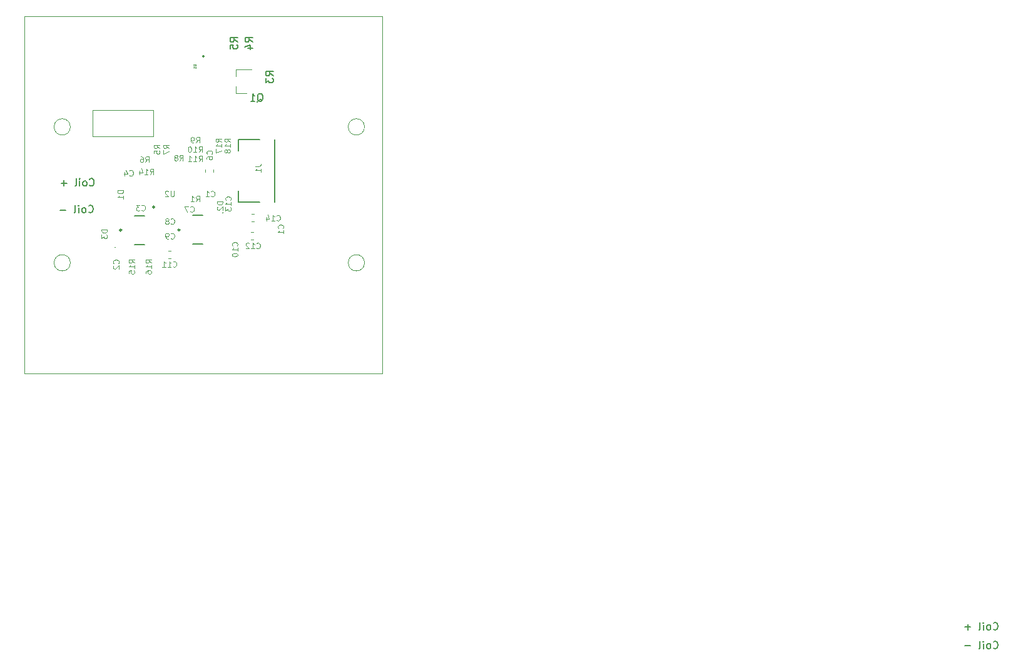
<source format=gbo>
G04 #@! TF.GenerationSoftware,KiCad,Pcbnew,(5.1.4)-1*
G04 #@! TF.CreationDate,2019-10-25T18:16:57-07:00*
G04 #@! TF.ProjectId,SolarCellZ_v1,536f6c61-7243-4656-9c6c-5a5f76312e6b,rev?*
G04 #@! TF.SameCoordinates,Original*
G04 #@! TF.FileFunction,Legend,Bot*
G04 #@! TF.FilePolarity,Positive*
%FSLAX46Y46*%
G04 Gerber Fmt 4.6, Leading zero omitted, Abs format (unit mm)*
G04 Created by KiCad (PCBNEW (5.1.4)-1) date 2019-10-25 18:16:57*
%MOMM*%
%LPD*%
G04 APERTURE LIST*
%ADD10C,0.150000*%
%ADD11C,0.050000*%
%ADD12C,0.203200*%
%ADD13C,0.120000*%
%ADD14C,0.200000*%
%ADD15C,0.250000*%
%ADD16C,0.254000*%
%ADD17C,0.127000*%
%ADD18C,0.101600*%
G04 APERTURE END LIST*
D10*
X221098857Y-125515642D02*
X221146476Y-125563261D01*
X221289333Y-125610880D01*
X221384571Y-125610880D01*
X221527428Y-125563261D01*
X221622666Y-125468023D01*
X221670285Y-125372785D01*
X221717904Y-125182309D01*
X221717904Y-125039452D01*
X221670285Y-124848976D01*
X221622666Y-124753738D01*
X221527428Y-124658500D01*
X221384571Y-124610880D01*
X221289333Y-124610880D01*
X221146476Y-124658500D01*
X221098857Y-124706119D01*
X220527428Y-125610880D02*
X220622666Y-125563261D01*
X220670285Y-125515642D01*
X220717904Y-125420404D01*
X220717904Y-125134690D01*
X220670285Y-125039452D01*
X220622666Y-124991833D01*
X220527428Y-124944214D01*
X220384571Y-124944214D01*
X220289333Y-124991833D01*
X220241714Y-125039452D01*
X220194095Y-125134690D01*
X220194095Y-125420404D01*
X220241714Y-125515642D01*
X220289333Y-125563261D01*
X220384571Y-125610880D01*
X220527428Y-125610880D01*
X219765523Y-125610880D02*
X219765523Y-124944214D01*
X219765523Y-124610880D02*
X219813142Y-124658500D01*
X219765523Y-124706119D01*
X219717904Y-124658500D01*
X219765523Y-124610880D01*
X219765523Y-124706119D01*
X219146476Y-125610880D02*
X219241714Y-125563261D01*
X219289333Y-125468023D01*
X219289333Y-124610880D01*
X218003619Y-125229928D02*
X217241714Y-125229928D01*
X221098857Y-122975642D02*
X221146476Y-123023261D01*
X221289333Y-123070880D01*
X221384571Y-123070880D01*
X221527428Y-123023261D01*
X221622666Y-122928023D01*
X221670285Y-122832785D01*
X221717904Y-122642309D01*
X221717904Y-122499452D01*
X221670285Y-122308976D01*
X221622666Y-122213738D01*
X221527428Y-122118500D01*
X221384571Y-122070880D01*
X221289333Y-122070880D01*
X221146476Y-122118500D01*
X221098857Y-122166119D01*
X220527428Y-123070880D02*
X220622666Y-123023261D01*
X220670285Y-122975642D01*
X220717904Y-122880404D01*
X220717904Y-122594690D01*
X220670285Y-122499452D01*
X220622666Y-122451833D01*
X220527428Y-122404214D01*
X220384571Y-122404214D01*
X220289333Y-122451833D01*
X220241714Y-122499452D01*
X220194095Y-122594690D01*
X220194095Y-122880404D01*
X220241714Y-122975642D01*
X220289333Y-123023261D01*
X220384571Y-123070880D01*
X220527428Y-123070880D01*
X219765523Y-123070880D02*
X219765523Y-122404214D01*
X219765523Y-122070880D02*
X219813142Y-122118500D01*
X219765523Y-122166119D01*
X219717904Y-122118500D01*
X219765523Y-122070880D01*
X219765523Y-122166119D01*
X219146476Y-123070880D02*
X219241714Y-123023261D01*
X219289333Y-122928023D01*
X219289333Y-122070880D01*
X218003619Y-122689928D02*
X217241714Y-122689928D01*
X217622666Y-123070880D02*
X217622666Y-122308976D01*
X98670857Y-66524142D02*
X98718476Y-66571761D01*
X98861333Y-66619380D01*
X98956571Y-66619380D01*
X99099428Y-66571761D01*
X99194666Y-66476523D01*
X99242285Y-66381285D01*
X99289904Y-66190809D01*
X99289904Y-66047952D01*
X99242285Y-65857476D01*
X99194666Y-65762238D01*
X99099428Y-65667000D01*
X98956571Y-65619380D01*
X98861333Y-65619380D01*
X98718476Y-65667000D01*
X98670857Y-65714619D01*
X98099428Y-66619380D02*
X98194666Y-66571761D01*
X98242285Y-66524142D01*
X98289904Y-66428904D01*
X98289904Y-66143190D01*
X98242285Y-66047952D01*
X98194666Y-66000333D01*
X98099428Y-65952714D01*
X97956571Y-65952714D01*
X97861333Y-66000333D01*
X97813714Y-66047952D01*
X97766095Y-66143190D01*
X97766095Y-66428904D01*
X97813714Y-66524142D01*
X97861333Y-66571761D01*
X97956571Y-66619380D01*
X98099428Y-66619380D01*
X97337523Y-66619380D02*
X97337523Y-65952714D01*
X97337523Y-65619380D02*
X97385142Y-65667000D01*
X97337523Y-65714619D01*
X97289904Y-65667000D01*
X97337523Y-65619380D01*
X97337523Y-65714619D01*
X96718476Y-66619380D02*
X96813714Y-66571761D01*
X96861333Y-66476523D01*
X96861333Y-65619380D01*
X95575619Y-66238428D02*
X94813714Y-66238428D01*
X98797857Y-62904642D02*
X98845476Y-62952261D01*
X98988333Y-62999880D01*
X99083571Y-62999880D01*
X99226428Y-62952261D01*
X99321666Y-62857023D01*
X99369285Y-62761785D01*
X99416904Y-62571309D01*
X99416904Y-62428452D01*
X99369285Y-62237976D01*
X99321666Y-62142738D01*
X99226428Y-62047500D01*
X99083571Y-61999880D01*
X98988333Y-61999880D01*
X98845476Y-62047500D01*
X98797857Y-62095119D01*
X98226428Y-62999880D02*
X98321666Y-62952261D01*
X98369285Y-62904642D01*
X98416904Y-62809404D01*
X98416904Y-62523690D01*
X98369285Y-62428452D01*
X98321666Y-62380833D01*
X98226428Y-62333214D01*
X98083571Y-62333214D01*
X97988333Y-62380833D01*
X97940714Y-62428452D01*
X97893095Y-62523690D01*
X97893095Y-62809404D01*
X97940714Y-62904642D01*
X97988333Y-62952261D01*
X98083571Y-62999880D01*
X98226428Y-62999880D01*
X97464523Y-62999880D02*
X97464523Y-62333214D01*
X97464523Y-61999880D02*
X97512142Y-62047500D01*
X97464523Y-62095119D01*
X97416904Y-62047500D01*
X97464523Y-61999880D01*
X97464523Y-62095119D01*
X96845476Y-62999880D02*
X96940714Y-62952261D01*
X96988333Y-62857023D01*
X96988333Y-61999880D01*
X95702619Y-62618928D02*
X94940714Y-62618928D01*
X95321666Y-62999880D02*
X95321666Y-62237976D01*
D11*
X99200000Y-52750000D02*
X99200000Y-56250000D01*
X99200000Y-56250000D02*
X107400000Y-56250000D01*
X107400000Y-52750000D02*
X107400000Y-56250000D01*
X99200000Y-52750000D02*
X107400000Y-52750000D01*
X96200000Y-73400000D02*
G75*
G03X96200000Y-73400000I-1100000J0D01*
G01*
X136000000Y-73400000D02*
G75*
G03X136000000Y-73400000I-1100000J0D01*
G01*
X136000000Y-55000000D02*
G75*
G03X136000000Y-55000000I-1100000J0D01*
G01*
X96200000Y-55000000D02*
G75*
G03X96200000Y-55000000I-1100000J0D01*
G01*
X138400000Y-88400000D02*
X90000000Y-88400000D01*
X90000000Y-88400000D02*
X90000000Y-40000000D01*
X138400000Y-40000000D02*
X138400000Y-88400000D01*
X90000000Y-40000000D02*
X138400000Y-40000000D01*
D12*
X114354700Y-45440600D02*
G75*
G03X114354700Y-45440600I-143600J0D01*
G01*
D13*
X118556500Y-50411500D02*
X120016500Y-50411500D01*
X118556500Y-47251500D02*
X120716500Y-47251500D01*
X118556500Y-47251500D02*
X118556500Y-48181500D01*
X118556500Y-50411500D02*
X118556500Y-49481500D01*
D14*
X102280000Y-71300000D02*
G75*
G03X102280000Y-71300000I-19000J0D01*
G01*
D13*
X115508500Y-60797221D02*
X115508500Y-61122779D01*
X114488500Y-60797221D02*
X114488500Y-61122779D01*
X120741221Y-66800000D02*
X121066779Y-66800000D01*
X120741221Y-67820000D02*
X121066779Y-67820000D01*
D15*
X107599160Y-65848656D02*
G75*
G03X107599160Y-65848656I-125000J0D01*
G01*
D14*
X116833000Y-66622000D02*
G75*
G03X116833000Y-66622000I-19000J0D01*
G01*
X118935500Y-65210000D02*
X118935500Y-63660000D01*
X118935500Y-56710000D02*
X118935500Y-58260000D01*
X118935500Y-65210000D02*
X121785500Y-65210000D01*
X118935500Y-56710000D02*
X121785500Y-56710000D01*
X123815500Y-56710000D02*
X123815500Y-65210000D01*
D13*
X120614221Y-69213000D02*
X120939779Y-69213000D01*
X120614221Y-70233000D02*
X120939779Y-70233000D01*
D16*
X111013240Y-68927980D02*
G75*
G03X111013240Y-68927980I-127000J0D01*
G01*
D17*
X114105690Y-70877430D02*
X112746790Y-70877430D01*
X112746790Y-66978530D02*
X114105690Y-66978530D01*
D16*
X103124000Y-68961000D02*
G75*
G03X103124000Y-68961000I-127000J0D01*
G01*
D17*
X106216450Y-70910450D02*
X104857550Y-70910450D01*
X104857550Y-67011550D02*
X106216450Y-67011550D01*
D13*
X109438221Y-71753000D02*
X109763779Y-71753000D01*
X109438221Y-72773000D02*
X109763779Y-72773000D01*
D11*
X112841892Y-46542675D02*
X113101055Y-46542675D01*
X113131545Y-46557920D01*
X113146790Y-46573165D01*
X113162035Y-46603655D01*
X113162035Y-46664634D01*
X113146790Y-46695124D01*
X113131545Y-46710369D01*
X113101055Y-46725614D01*
X112841892Y-46725614D01*
X113162035Y-47045757D02*
X113162035Y-46862818D01*
X113162035Y-46954287D02*
X112841892Y-46954287D01*
X112887627Y-46923798D01*
X112918117Y-46893308D01*
X112933362Y-46862818D01*
D10*
X118816380Y-43521333D02*
X118340190Y-43188000D01*
X118816380Y-42949904D02*
X117816380Y-42949904D01*
X117816380Y-43330857D01*
X117864000Y-43426095D01*
X117911619Y-43473714D01*
X118006857Y-43521333D01*
X118149714Y-43521333D01*
X118244952Y-43473714D01*
X118292571Y-43426095D01*
X118340190Y-43330857D01*
X118340190Y-42949904D01*
X117816380Y-44426095D02*
X117816380Y-43949904D01*
X118292571Y-43902285D01*
X118244952Y-43949904D01*
X118197333Y-44045142D01*
X118197333Y-44283238D01*
X118244952Y-44378476D01*
X118292571Y-44426095D01*
X118387809Y-44473714D01*
X118625904Y-44473714D01*
X118721142Y-44426095D01*
X118768761Y-44378476D01*
X118816380Y-44283238D01*
X118816380Y-44045142D01*
X118768761Y-43949904D01*
X118721142Y-43902285D01*
X120848380Y-43521333D02*
X120372190Y-43188000D01*
X120848380Y-42949904D02*
X119848380Y-42949904D01*
X119848380Y-43330857D01*
X119896000Y-43426095D01*
X119943619Y-43473714D01*
X120038857Y-43521333D01*
X120181714Y-43521333D01*
X120276952Y-43473714D01*
X120324571Y-43426095D01*
X120372190Y-43330857D01*
X120372190Y-42949904D01*
X120181714Y-44378476D02*
X120848380Y-44378476D01*
X119800761Y-44140380D02*
X120515047Y-43902285D01*
X120515047Y-44521333D01*
X123642380Y-48093333D02*
X123166190Y-47760000D01*
X123642380Y-47521904D02*
X122642380Y-47521904D01*
X122642380Y-47902857D01*
X122690000Y-47998095D01*
X122737619Y-48045714D01*
X122832857Y-48093333D01*
X122975714Y-48093333D01*
X123070952Y-48045714D01*
X123118571Y-47998095D01*
X123166190Y-47902857D01*
X123166190Y-47521904D01*
X122642380Y-48426666D02*
X122642380Y-49045714D01*
X123023333Y-48712380D01*
X123023333Y-48855238D01*
X123070952Y-48950476D01*
X123118571Y-48998095D01*
X123213809Y-49045714D01*
X123451904Y-49045714D01*
X123547142Y-48998095D01*
X123594761Y-48950476D01*
X123642380Y-48855238D01*
X123642380Y-48569523D01*
X123594761Y-48474285D01*
X123547142Y-48426666D01*
X121507238Y-51601619D02*
X121602476Y-51554000D01*
X121697714Y-51458761D01*
X121840571Y-51315904D01*
X121935809Y-51268285D01*
X122031047Y-51268285D01*
X121983428Y-51506380D02*
X122078666Y-51458761D01*
X122173904Y-51363523D01*
X122221523Y-51173047D01*
X122221523Y-50839714D01*
X122173904Y-50649238D01*
X122078666Y-50554000D01*
X121983428Y-50506380D01*
X121792952Y-50506380D01*
X121697714Y-50554000D01*
X121602476Y-50649238D01*
X121554857Y-50839714D01*
X121554857Y-51173047D01*
X121602476Y-51363523D01*
X121697714Y-51458761D01*
X121792952Y-51506380D01*
X121983428Y-51506380D01*
X120602476Y-51506380D02*
X121173904Y-51506380D01*
X120888190Y-51506380D02*
X120888190Y-50506380D01*
X120983428Y-50649238D01*
X121078666Y-50744476D01*
X121173904Y-50792095D01*
D18*
X101182714Y-68906571D02*
X100420714Y-68906571D01*
X100420714Y-69088000D01*
X100457000Y-69196857D01*
X100529571Y-69269428D01*
X100602142Y-69305714D01*
X100747285Y-69342000D01*
X100856142Y-69342000D01*
X101001285Y-69305714D01*
X101073857Y-69269428D01*
X101146428Y-69196857D01*
X101182714Y-69088000D01*
X101182714Y-68906571D01*
X100420714Y-69596000D02*
X100420714Y-70067714D01*
X100711000Y-69813714D01*
X100711000Y-69922571D01*
X100747285Y-69995142D01*
X100783571Y-70031428D01*
X100856142Y-70067714D01*
X101037571Y-70067714D01*
X101110142Y-70031428D01*
X101146428Y-69995142D01*
X101182714Y-69922571D01*
X101182714Y-69704857D01*
X101146428Y-69632285D01*
X101110142Y-69596000D01*
X124986142Y-68707000D02*
X125022428Y-68670714D01*
X125058714Y-68561857D01*
X125058714Y-68489285D01*
X125022428Y-68380428D01*
X124949857Y-68307857D01*
X124877285Y-68271571D01*
X124732142Y-68235285D01*
X124623285Y-68235285D01*
X124478142Y-68271571D01*
X124405571Y-68307857D01*
X124333000Y-68380428D01*
X124296714Y-68489285D01*
X124296714Y-68561857D01*
X124333000Y-68670714D01*
X124369285Y-68707000D01*
X125058714Y-69432714D02*
X125058714Y-68997285D01*
X125058714Y-69215000D02*
X124296714Y-69215000D01*
X124405571Y-69142428D01*
X124478142Y-69069857D01*
X124514428Y-68997285D01*
X115334142Y-58674000D02*
X115370428Y-58637714D01*
X115406714Y-58528857D01*
X115406714Y-58456285D01*
X115370428Y-58347428D01*
X115297857Y-58274857D01*
X115225285Y-58238571D01*
X115080142Y-58202285D01*
X114971285Y-58202285D01*
X114826142Y-58238571D01*
X114753571Y-58274857D01*
X114681000Y-58347428D01*
X114644714Y-58456285D01*
X114644714Y-58528857D01*
X114681000Y-58637714D01*
X114717285Y-58674000D01*
X114644714Y-59327142D02*
X114644714Y-59182000D01*
X114681000Y-59109428D01*
X114717285Y-59073142D01*
X114826142Y-59000571D01*
X114971285Y-58964285D01*
X115261571Y-58964285D01*
X115334142Y-59000571D01*
X115370428Y-59036857D01*
X115406714Y-59109428D01*
X115406714Y-59254571D01*
X115370428Y-59327142D01*
X115334142Y-59363428D01*
X115261571Y-59399714D01*
X115080142Y-59399714D01*
X115007571Y-59363428D01*
X114971285Y-59327142D01*
X114935000Y-59254571D01*
X114935000Y-59109428D01*
X114971285Y-59036857D01*
X115007571Y-59000571D01*
X115080142Y-58964285D01*
X109791500Y-70058642D02*
X109827785Y-70094928D01*
X109936642Y-70131214D01*
X110009214Y-70131214D01*
X110118071Y-70094928D01*
X110190642Y-70022357D01*
X110226928Y-69949785D01*
X110263214Y-69804642D01*
X110263214Y-69695785D01*
X110226928Y-69550642D01*
X110190642Y-69478071D01*
X110118071Y-69405500D01*
X110009214Y-69369214D01*
X109936642Y-69369214D01*
X109827785Y-69405500D01*
X109791500Y-69441785D01*
X109428642Y-70131214D02*
X109283500Y-70131214D01*
X109210928Y-70094928D01*
X109174642Y-70058642D01*
X109102071Y-69949785D01*
X109065785Y-69804642D01*
X109065785Y-69514357D01*
X109102071Y-69441785D01*
X109138357Y-69405500D01*
X109210928Y-69369214D01*
X109356071Y-69369214D01*
X109428642Y-69405500D01*
X109464928Y-69441785D01*
X109501214Y-69514357D01*
X109501214Y-69695785D01*
X109464928Y-69768357D01*
X109428642Y-69804642D01*
X109356071Y-69840928D01*
X109210928Y-69840928D01*
X109138357Y-69804642D01*
X109102071Y-69768357D01*
X109065785Y-69695785D01*
X124124357Y-67615142D02*
X124160642Y-67651428D01*
X124269500Y-67687714D01*
X124342071Y-67687714D01*
X124450928Y-67651428D01*
X124523500Y-67578857D01*
X124559785Y-67506285D01*
X124596071Y-67361142D01*
X124596071Y-67252285D01*
X124559785Y-67107142D01*
X124523500Y-67034571D01*
X124450928Y-66962000D01*
X124342071Y-66925714D01*
X124269500Y-66925714D01*
X124160642Y-66962000D01*
X124124357Y-66998285D01*
X123398642Y-67687714D02*
X123834071Y-67687714D01*
X123616357Y-67687714D02*
X123616357Y-66925714D01*
X123688928Y-67034571D01*
X123761500Y-67107142D01*
X123834071Y-67143428D01*
X122745500Y-67179714D02*
X122745500Y-67687714D01*
X122926928Y-66889428D02*
X123108357Y-67433714D01*
X122636642Y-67433714D01*
X103341714Y-63588174D02*
X102579714Y-63588174D01*
X102579714Y-63769602D01*
X102616000Y-63878460D01*
X102688571Y-63951031D01*
X102761142Y-63987317D01*
X102906285Y-64023602D01*
X103015142Y-64023602D01*
X103160285Y-63987317D01*
X103232857Y-63951031D01*
X103305428Y-63878460D01*
X103341714Y-63769602D01*
X103341714Y-63588174D01*
X103341714Y-64749317D02*
X103341714Y-64313888D01*
X103341714Y-64531602D02*
X102579714Y-64531602D01*
X102688571Y-64459031D01*
X102761142Y-64386460D01*
X102797428Y-64313888D01*
X110204731Y-63681370D02*
X110204731Y-64298227D01*
X110168445Y-64370798D01*
X110132160Y-64407084D01*
X110059588Y-64443370D01*
X109914445Y-64443370D01*
X109841874Y-64407084D01*
X109805588Y-64370798D01*
X109769302Y-64298227D01*
X109769302Y-63681370D01*
X109442731Y-63753941D02*
X109406445Y-63717656D01*
X109333874Y-63681370D01*
X109152445Y-63681370D01*
X109079874Y-63717656D01*
X109043588Y-63753941D01*
X109007302Y-63826513D01*
X109007302Y-63899084D01*
X109043588Y-64007941D01*
X109479017Y-64443370D01*
X109007302Y-64443370D01*
X116803714Y-65096571D02*
X116041714Y-65096571D01*
X116041714Y-65278000D01*
X116078000Y-65386857D01*
X116150571Y-65459428D01*
X116223142Y-65495714D01*
X116368285Y-65532000D01*
X116477142Y-65532000D01*
X116622285Y-65495714D01*
X116694857Y-65459428D01*
X116767428Y-65386857D01*
X116803714Y-65278000D01*
X116803714Y-65096571D01*
X116114285Y-65822285D02*
X116078000Y-65858571D01*
X116041714Y-65931142D01*
X116041714Y-66112571D01*
X116078000Y-66185142D01*
X116114285Y-66221428D01*
X116186857Y-66257714D01*
X116259428Y-66257714D01*
X116368285Y-66221428D01*
X116803714Y-65786000D01*
X116803714Y-66257714D01*
X106362500Y-59780714D02*
X106616500Y-59417857D01*
X106797928Y-59780714D02*
X106797928Y-59018714D01*
X106507642Y-59018714D01*
X106435071Y-59055000D01*
X106398785Y-59091285D01*
X106362500Y-59163857D01*
X106362500Y-59272714D01*
X106398785Y-59345285D01*
X106435071Y-59381571D01*
X106507642Y-59417857D01*
X106797928Y-59417857D01*
X105709357Y-59018714D02*
X105854500Y-59018714D01*
X105927071Y-59055000D01*
X105963357Y-59091285D01*
X106035928Y-59200142D01*
X106072214Y-59345285D01*
X106072214Y-59635571D01*
X106035928Y-59708142D01*
X105999642Y-59744428D01*
X105927071Y-59780714D01*
X105781928Y-59780714D01*
X105709357Y-59744428D01*
X105673071Y-59708142D01*
X105636785Y-59635571D01*
X105636785Y-59454142D01*
X105673071Y-59381571D01*
X105709357Y-59345285D01*
X105781928Y-59309000D01*
X105927071Y-59309000D01*
X105999642Y-59345285D01*
X106035928Y-59381571D01*
X106072214Y-59454142D01*
X108294714Y-57912000D02*
X107931857Y-57658000D01*
X108294714Y-57476571D02*
X107532714Y-57476571D01*
X107532714Y-57766857D01*
X107569000Y-57839428D01*
X107605285Y-57875714D01*
X107677857Y-57912000D01*
X107786714Y-57912000D01*
X107859285Y-57875714D01*
X107895571Y-57839428D01*
X107931857Y-57766857D01*
X107931857Y-57476571D01*
X107532714Y-58601428D02*
X107532714Y-58238571D01*
X107895571Y-58202285D01*
X107859285Y-58238571D01*
X107823000Y-58311142D01*
X107823000Y-58492571D01*
X107859285Y-58565142D01*
X107895571Y-58601428D01*
X107968142Y-58637714D01*
X108149571Y-58637714D01*
X108222142Y-58601428D01*
X108258428Y-58565142D01*
X108294714Y-58492571D01*
X108294714Y-58311142D01*
X108258428Y-58238571D01*
X108222142Y-58202285D01*
X107151714Y-73424142D02*
X106788857Y-73170142D01*
X107151714Y-72988714D02*
X106389714Y-72988714D01*
X106389714Y-73279000D01*
X106426000Y-73351571D01*
X106462285Y-73387857D01*
X106534857Y-73424142D01*
X106643714Y-73424142D01*
X106716285Y-73387857D01*
X106752571Y-73351571D01*
X106788857Y-73279000D01*
X106788857Y-72988714D01*
X107151714Y-74149857D02*
X107151714Y-73714428D01*
X107151714Y-73932142D02*
X106389714Y-73932142D01*
X106498571Y-73859571D01*
X106571142Y-73787000D01*
X106607428Y-73714428D01*
X106389714Y-74803000D02*
X106389714Y-74657857D01*
X106426000Y-74585285D01*
X106462285Y-74549000D01*
X106571142Y-74476428D01*
X106716285Y-74440142D01*
X107006571Y-74440142D01*
X107079142Y-74476428D01*
X107115428Y-74512714D01*
X107151714Y-74585285D01*
X107151714Y-74730428D01*
X107115428Y-74803000D01*
X107079142Y-74839285D01*
X107006571Y-74875571D01*
X106825142Y-74875571D01*
X106752571Y-74839285D01*
X106716285Y-74803000D01*
X106680000Y-74730428D01*
X106680000Y-74585285D01*
X106716285Y-74512714D01*
X106752571Y-74476428D01*
X106825142Y-74440142D01*
X109791500Y-68090142D02*
X109827785Y-68126428D01*
X109936642Y-68162714D01*
X110009214Y-68162714D01*
X110118071Y-68126428D01*
X110190642Y-68053857D01*
X110226928Y-67981285D01*
X110263214Y-67836142D01*
X110263214Y-67727285D01*
X110226928Y-67582142D01*
X110190642Y-67509571D01*
X110118071Y-67437000D01*
X110009214Y-67400714D01*
X109936642Y-67400714D01*
X109827785Y-67437000D01*
X109791500Y-67473285D01*
X109356071Y-67727285D02*
X109428642Y-67691000D01*
X109464928Y-67654714D01*
X109501214Y-67582142D01*
X109501214Y-67545857D01*
X109464928Y-67473285D01*
X109428642Y-67437000D01*
X109356071Y-67400714D01*
X109210928Y-67400714D01*
X109138357Y-67437000D01*
X109102071Y-67473285D01*
X109065785Y-67545857D01*
X109065785Y-67582142D01*
X109102071Y-67654714D01*
X109138357Y-67691000D01*
X109210928Y-67727285D01*
X109356071Y-67727285D01*
X109428642Y-67763571D01*
X109464928Y-67799857D01*
X109501214Y-67872428D01*
X109501214Y-68017571D01*
X109464928Y-68090142D01*
X109428642Y-68126428D01*
X109356071Y-68162714D01*
X109210928Y-68162714D01*
X109138357Y-68126428D01*
X109102071Y-68090142D01*
X109065785Y-68017571D01*
X109065785Y-67872428D01*
X109102071Y-67799857D01*
X109138357Y-67763571D01*
X109210928Y-67727285D01*
X121202254Y-60334140D02*
X121746540Y-60334140D01*
X121855397Y-60297854D01*
X121927968Y-60225282D01*
X121964254Y-60116425D01*
X121964254Y-60043854D01*
X121964254Y-61096140D02*
X121964254Y-60660711D01*
X121964254Y-60878425D02*
X121202254Y-60878425D01*
X121311111Y-60805854D01*
X121383682Y-60733282D01*
X121419968Y-60660711D01*
X121393857Y-71392142D02*
X121430142Y-71428428D01*
X121539000Y-71464714D01*
X121611571Y-71464714D01*
X121720428Y-71428428D01*
X121793000Y-71355857D01*
X121829285Y-71283285D01*
X121865571Y-71138142D01*
X121865571Y-71029285D01*
X121829285Y-70884142D01*
X121793000Y-70811571D01*
X121720428Y-70739000D01*
X121611571Y-70702714D01*
X121539000Y-70702714D01*
X121430142Y-70739000D01*
X121393857Y-70775285D01*
X120668142Y-71464714D02*
X121103571Y-71464714D01*
X120885857Y-71464714D02*
X120885857Y-70702714D01*
X120958428Y-70811571D01*
X121031000Y-70884142D01*
X121103571Y-70920428D01*
X120377857Y-70775285D02*
X120341571Y-70739000D01*
X120269000Y-70702714D01*
X120087571Y-70702714D01*
X120015000Y-70739000D01*
X119978714Y-70775285D01*
X119942428Y-70847857D01*
X119942428Y-70920428D01*
X119978714Y-71029285D01*
X120414142Y-71464714D01*
X119942428Y-71464714D01*
X117874142Y-64915142D02*
X117910428Y-64878857D01*
X117946714Y-64770000D01*
X117946714Y-64697428D01*
X117910428Y-64588571D01*
X117837857Y-64516000D01*
X117765285Y-64479714D01*
X117620142Y-64443428D01*
X117511285Y-64443428D01*
X117366142Y-64479714D01*
X117293571Y-64516000D01*
X117221000Y-64588571D01*
X117184714Y-64697428D01*
X117184714Y-64770000D01*
X117221000Y-64878857D01*
X117257285Y-64915142D01*
X117946714Y-65640857D02*
X117946714Y-65205428D01*
X117946714Y-65423142D02*
X117184714Y-65423142D01*
X117293571Y-65350571D01*
X117366142Y-65278000D01*
X117402428Y-65205428D01*
X117184714Y-65894857D02*
X117184714Y-66366571D01*
X117475000Y-66112571D01*
X117475000Y-66221428D01*
X117511285Y-66294000D01*
X117547571Y-66330285D01*
X117620142Y-66366571D01*
X117801571Y-66366571D01*
X117874142Y-66330285D01*
X117910428Y-66294000D01*
X117946714Y-66221428D01*
X117946714Y-66003714D01*
X117910428Y-65931142D01*
X117874142Y-65894857D01*
X109564714Y-57912000D02*
X109201857Y-57658000D01*
X109564714Y-57476571D02*
X108802714Y-57476571D01*
X108802714Y-57766857D01*
X108839000Y-57839428D01*
X108875285Y-57875714D01*
X108947857Y-57912000D01*
X109056714Y-57912000D01*
X109129285Y-57875714D01*
X109165571Y-57839428D01*
X109201857Y-57766857D01*
X109201857Y-57476571D01*
X108802714Y-58166000D02*
X108802714Y-58674000D01*
X109564714Y-58347428D01*
X113583357Y-59690214D02*
X113837357Y-59327357D01*
X114018785Y-59690214D02*
X114018785Y-58928214D01*
X113728500Y-58928214D01*
X113655928Y-58964500D01*
X113619642Y-59000785D01*
X113583357Y-59073357D01*
X113583357Y-59182214D01*
X113619642Y-59254785D01*
X113655928Y-59291071D01*
X113728500Y-59327357D01*
X114018785Y-59327357D01*
X112857642Y-59690214D02*
X113293071Y-59690214D01*
X113075357Y-59690214D02*
X113075357Y-58928214D01*
X113147928Y-59037071D01*
X113220500Y-59109642D01*
X113293071Y-59145928D01*
X112131928Y-59690214D02*
X112567357Y-59690214D01*
X112349642Y-59690214D02*
X112349642Y-58928214D01*
X112422214Y-59037071D01*
X112494785Y-59109642D01*
X112567357Y-59145928D01*
X113220500Y-57150214D02*
X113474500Y-56787357D01*
X113655928Y-57150214D02*
X113655928Y-56388214D01*
X113365642Y-56388214D01*
X113293071Y-56424500D01*
X113256785Y-56460785D01*
X113220500Y-56533357D01*
X113220500Y-56642214D01*
X113256785Y-56714785D01*
X113293071Y-56751071D01*
X113365642Y-56787357D01*
X113655928Y-56787357D01*
X112857642Y-57150214D02*
X112712500Y-57150214D01*
X112639928Y-57113928D01*
X112603642Y-57077642D01*
X112531071Y-56968785D01*
X112494785Y-56823642D01*
X112494785Y-56533357D01*
X112531071Y-56460785D01*
X112567357Y-56424500D01*
X112639928Y-56388214D01*
X112785071Y-56388214D01*
X112857642Y-56424500D01*
X112893928Y-56460785D01*
X112930214Y-56533357D01*
X112930214Y-56714785D01*
X112893928Y-56787357D01*
X112857642Y-56823642D01*
X112785071Y-56859928D01*
X112639928Y-56859928D01*
X112567357Y-56823642D01*
X112531071Y-56787357D01*
X112494785Y-56714785D01*
X113583357Y-58420214D02*
X113837357Y-58057357D01*
X114018785Y-58420214D02*
X114018785Y-57658214D01*
X113728500Y-57658214D01*
X113655928Y-57694500D01*
X113619642Y-57730785D01*
X113583357Y-57803357D01*
X113583357Y-57912214D01*
X113619642Y-57984785D01*
X113655928Y-58021071D01*
X113728500Y-58057357D01*
X114018785Y-58057357D01*
X112857642Y-58420214D02*
X113293071Y-58420214D01*
X113075357Y-58420214D02*
X113075357Y-57658214D01*
X113147928Y-57767071D01*
X113220500Y-57839642D01*
X113293071Y-57875928D01*
X112385928Y-57658214D02*
X112313357Y-57658214D01*
X112240785Y-57694500D01*
X112204500Y-57730785D01*
X112168214Y-57803357D01*
X112131928Y-57948500D01*
X112131928Y-58129928D01*
X112168214Y-58275071D01*
X112204500Y-58347642D01*
X112240785Y-58383928D01*
X112313357Y-58420214D01*
X112385928Y-58420214D01*
X112458500Y-58383928D01*
X112494785Y-58347642D01*
X112531071Y-58275071D01*
X112567357Y-58129928D01*
X112567357Y-57948500D01*
X112531071Y-57803357D01*
X112494785Y-57730785D01*
X112458500Y-57694500D01*
X112385928Y-57658214D01*
X110998000Y-59563214D02*
X111252000Y-59200357D01*
X111433428Y-59563214D02*
X111433428Y-58801214D01*
X111143142Y-58801214D01*
X111070571Y-58837500D01*
X111034285Y-58873785D01*
X110998000Y-58946357D01*
X110998000Y-59055214D01*
X111034285Y-59127785D01*
X111070571Y-59164071D01*
X111143142Y-59200357D01*
X111433428Y-59200357D01*
X110562571Y-59127785D02*
X110635142Y-59091500D01*
X110671428Y-59055214D01*
X110707714Y-58982642D01*
X110707714Y-58946357D01*
X110671428Y-58873785D01*
X110635142Y-58837500D01*
X110562571Y-58801214D01*
X110417428Y-58801214D01*
X110344857Y-58837500D01*
X110308571Y-58873785D01*
X110272285Y-58946357D01*
X110272285Y-58982642D01*
X110308571Y-59055214D01*
X110344857Y-59091500D01*
X110417428Y-59127785D01*
X110562571Y-59127785D01*
X110635142Y-59164071D01*
X110671428Y-59200357D01*
X110707714Y-59272928D01*
X110707714Y-59418071D01*
X110671428Y-59490642D01*
X110635142Y-59526928D01*
X110562571Y-59563214D01*
X110417428Y-59563214D01*
X110344857Y-59526928D01*
X110308571Y-59490642D01*
X110272285Y-59418071D01*
X110272285Y-59272928D01*
X110308571Y-59200357D01*
X110344857Y-59164071D01*
X110417428Y-59127785D01*
X106979357Y-61431714D02*
X107233357Y-61068857D01*
X107414785Y-61431714D02*
X107414785Y-60669714D01*
X107124500Y-60669714D01*
X107051928Y-60706000D01*
X107015642Y-60742285D01*
X106979357Y-60814857D01*
X106979357Y-60923714D01*
X107015642Y-60996285D01*
X107051928Y-61032571D01*
X107124500Y-61068857D01*
X107414785Y-61068857D01*
X106253642Y-61431714D02*
X106689071Y-61431714D01*
X106471357Y-61431714D02*
X106471357Y-60669714D01*
X106543928Y-60778571D01*
X106616500Y-60851142D01*
X106689071Y-60887428D01*
X105600500Y-60923714D02*
X105600500Y-61431714D01*
X105781928Y-60633428D02*
X105963357Y-61177714D01*
X105491642Y-61177714D01*
X104865714Y-73424142D02*
X104502857Y-73170142D01*
X104865714Y-72988714D02*
X104103714Y-72988714D01*
X104103714Y-73279000D01*
X104140000Y-73351571D01*
X104176285Y-73387857D01*
X104248857Y-73424142D01*
X104357714Y-73424142D01*
X104430285Y-73387857D01*
X104466571Y-73351571D01*
X104502857Y-73279000D01*
X104502857Y-72988714D01*
X104865714Y-74149857D02*
X104865714Y-73714428D01*
X104865714Y-73932142D02*
X104103714Y-73932142D01*
X104212571Y-73859571D01*
X104285142Y-73787000D01*
X104321428Y-73714428D01*
X104103714Y-74839285D02*
X104103714Y-74476428D01*
X104466571Y-74440142D01*
X104430285Y-74476428D01*
X104394000Y-74549000D01*
X104394000Y-74730428D01*
X104430285Y-74803000D01*
X104466571Y-74839285D01*
X104539142Y-74875571D01*
X104720571Y-74875571D01*
X104793142Y-74839285D01*
X104829428Y-74803000D01*
X104865714Y-74730428D01*
X104865714Y-74549000D01*
X104829428Y-74476428D01*
X104793142Y-74440142D01*
X116613214Y-57041142D02*
X116250357Y-56787142D01*
X116613214Y-56605714D02*
X115851214Y-56605714D01*
X115851214Y-56896000D01*
X115887500Y-56968571D01*
X115923785Y-57004857D01*
X115996357Y-57041142D01*
X116105214Y-57041142D01*
X116177785Y-57004857D01*
X116214071Y-56968571D01*
X116250357Y-56896000D01*
X116250357Y-56605714D01*
X116613214Y-57766857D02*
X116613214Y-57331428D01*
X116613214Y-57549142D02*
X115851214Y-57549142D01*
X115960071Y-57476571D01*
X116032642Y-57404000D01*
X116068928Y-57331428D01*
X115851214Y-58020857D02*
X115851214Y-58528857D01*
X116613214Y-58202285D01*
X117819714Y-57041142D02*
X117456857Y-56787142D01*
X117819714Y-56605714D02*
X117057714Y-56605714D01*
X117057714Y-56896000D01*
X117094000Y-56968571D01*
X117130285Y-57004857D01*
X117202857Y-57041142D01*
X117311714Y-57041142D01*
X117384285Y-57004857D01*
X117420571Y-56968571D01*
X117456857Y-56896000D01*
X117456857Y-56605714D01*
X117819714Y-57766857D02*
X117819714Y-57331428D01*
X117819714Y-57549142D02*
X117057714Y-57549142D01*
X117166571Y-57476571D01*
X117239142Y-57404000D01*
X117275428Y-57331428D01*
X117384285Y-58202285D02*
X117348000Y-58129714D01*
X117311714Y-58093428D01*
X117239142Y-58057142D01*
X117202857Y-58057142D01*
X117130285Y-58093428D01*
X117094000Y-58129714D01*
X117057714Y-58202285D01*
X117057714Y-58347428D01*
X117094000Y-58420000D01*
X117130285Y-58456285D01*
X117202857Y-58492571D01*
X117239142Y-58492571D01*
X117311714Y-58456285D01*
X117348000Y-58420000D01*
X117384285Y-58347428D01*
X117384285Y-58202285D01*
X117420571Y-58129714D01*
X117456857Y-58093428D01*
X117529428Y-58057142D01*
X117674571Y-58057142D01*
X117747142Y-58093428D01*
X117783428Y-58129714D01*
X117819714Y-58202285D01*
X117819714Y-58347428D01*
X117783428Y-58420000D01*
X117747142Y-58456285D01*
X117674571Y-58492571D01*
X117529428Y-58492571D01*
X117456857Y-58456285D01*
X117420571Y-58420000D01*
X117384285Y-58347428D01*
X113220500Y-65114714D02*
X113474500Y-64751857D01*
X113655928Y-65114714D02*
X113655928Y-64352714D01*
X113365642Y-64352714D01*
X113293071Y-64389000D01*
X113256785Y-64425285D01*
X113220500Y-64497857D01*
X113220500Y-64606714D01*
X113256785Y-64679285D01*
X113293071Y-64715571D01*
X113365642Y-64751857D01*
X113655928Y-64751857D01*
X112494785Y-65114714D02*
X112930214Y-65114714D01*
X112712500Y-65114714D02*
X112712500Y-64352714D01*
X112785071Y-64461571D01*
X112857642Y-64534142D01*
X112930214Y-64570428D01*
X110090857Y-73868642D02*
X110127142Y-73904928D01*
X110236000Y-73941214D01*
X110308571Y-73941214D01*
X110417428Y-73904928D01*
X110490000Y-73832357D01*
X110526285Y-73759785D01*
X110562571Y-73614642D01*
X110562571Y-73505785D01*
X110526285Y-73360642D01*
X110490000Y-73288071D01*
X110417428Y-73215500D01*
X110308571Y-73179214D01*
X110236000Y-73179214D01*
X110127142Y-73215500D01*
X110090857Y-73251785D01*
X109365142Y-73941214D02*
X109800571Y-73941214D01*
X109582857Y-73941214D02*
X109582857Y-73179214D01*
X109655428Y-73288071D01*
X109728000Y-73360642D01*
X109800571Y-73396928D01*
X108639428Y-73941214D02*
X109074857Y-73941214D01*
X108857142Y-73941214D02*
X108857142Y-73179214D01*
X108929714Y-73288071D01*
X109002285Y-73360642D01*
X109074857Y-73396928D01*
X112458500Y-66439142D02*
X112494785Y-66475428D01*
X112603642Y-66511714D01*
X112676214Y-66511714D01*
X112785071Y-66475428D01*
X112857642Y-66402857D01*
X112893928Y-66330285D01*
X112930214Y-66185142D01*
X112930214Y-66076285D01*
X112893928Y-65931142D01*
X112857642Y-65858571D01*
X112785071Y-65786000D01*
X112676214Y-65749714D01*
X112603642Y-65749714D01*
X112494785Y-65786000D01*
X112458500Y-65822285D01*
X112204500Y-65749714D02*
X111696500Y-65749714D01*
X112023071Y-66511714D01*
X104203500Y-61549642D02*
X104239785Y-61585928D01*
X104348642Y-61622214D01*
X104421214Y-61622214D01*
X104530071Y-61585928D01*
X104602642Y-61513357D01*
X104638928Y-61440785D01*
X104675214Y-61295642D01*
X104675214Y-61186785D01*
X104638928Y-61041642D01*
X104602642Y-60969071D01*
X104530071Y-60896500D01*
X104421214Y-60860214D01*
X104348642Y-60860214D01*
X104239785Y-60896500D01*
X104203500Y-60932785D01*
X103550357Y-61114214D02*
X103550357Y-61622214D01*
X103731785Y-60823928D02*
X103913214Y-61368214D01*
X103441500Y-61368214D01*
X102697642Y-73469500D02*
X102733928Y-73433214D01*
X102770214Y-73324357D01*
X102770214Y-73251785D01*
X102733928Y-73142928D01*
X102661357Y-73070357D01*
X102588785Y-73034071D01*
X102443642Y-72997785D01*
X102334785Y-72997785D01*
X102189642Y-73034071D01*
X102117071Y-73070357D01*
X102044500Y-73142928D01*
X102008214Y-73251785D01*
X102008214Y-73324357D01*
X102044500Y-73433214D01*
X102080785Y-73469500D01*
X102080785Y-73759785D02*
X102044500Y-73796071D01*
X102008214Y-73868642D01*
X102008214Y-74050071D01*
X102044500Y-74122642D01*
X102080785Y-74158928D01*
X102153357Y-74195214D01*
X102225928Y-74195214D01*
X102334785Y-74158928D01*
X102770214Y-73723500D01*
X102770214Y-74195214D01*
X118763142Y-71074642D02*
X118799428Y-71038357D01*
X118835714Y-70929500D01*
X118835714Y-70856928D01*
X118799428Y-70748071D01*
X118726857Y-70675500D01*
X118654285Y-70639214D01*
X118509142Y-70602928D01*
X118400285Y-70602928D01*
X118255142Y-70639214D01*
X118182571Y-70675500D01*
X118110000Y-70748071D01*
X118073714Y-70856928D01*
X118073714Y-70929500D01*
X118110000Y-71038357D01*
X118146285Y-71074642D01*
X118835714Y-71800357D02*
X118835714Y-71364928D01*
X118835714Y-71582642D02*
X118073714Y-71582642D01*
X118182571Y-71510071D01*
X118255142Y-71437500D01*
X118291428Y-71364928D01*
X118073714Y-72272071D02*
X118073714Y-72344642D01*
X118110000Y-72417214D01*
X118146285Y-72453500D01*
X118218857Y-72489785D01*
X118364000Y-72526071D01*
X118545428Y-72526071D01*
X118690571Y-72489785D01*
X118763142Y-72453500D01*
X118799428Y-72417214D01*
X118835714Y-72344642D01*
X118835714Y-72272071D01*
X118799428Y-72199500D01*
X118763142Y-72163214D01*
X118690571Y-72126928D01*
X118545428Y-72090642D01*
X118364000Y-72090642D01*
X118218857Y-72126928D01*
X118146285Y-72163214D01*
X118110000Y-72199500D01*
X118073714Y-72272071D01*
X105854500Y-66248642D02*
X105890785Y-66284928D01*
X105999642Y-66321214D01*
X106072214Y-66321214D01*
X106181071Y-66284928D01*
X106253642Y-66212357D01*
X106289928Y-66139785D01*
X106326214Y-65994642D01*
X106326214Y-65885785D01*
X106289928Y-65740642D01*
X106253642Y-65668071D01*
X106181071Y-65595500D01*
X106072214Y-65559214D01*
X105999642Y-65559214D01*
X105890785Y-65595500D01*
X105854500Y-65631785D01*
X105600500Y-65559214D02*
X105128785Y-65559214D01*
X105382785Y-65849500D01*
X105273928Y-65849500D01*
X105201357Y-65885785D01*
X105165071Y-65922071D01*
X105128785Y-65994642D01*
X105128785Y-66176071D01*
X105165071Y-66248642D01*
X105201357Y-66284928D01*
X105273928Y-66321214D01*
X105491642Y-66321214D01*
X105564214Y-66284928D01*
X105600500Y-66248642D01*
X115252500Y-64370642D02*
X115288785Y-64406928D01*
X115397642Y-64443214D01*
X115470214Y-64443214D01*
X115579071Y-64406928D01*
X115651642Y-64334357D01*
X115687928Y-64261785D01*
X115724214Y-64116642D01*
X115724214Y-64007785D01*
X115687928Y-63862642D01*
X115651642Y-63790071D01*
X115579071Y-63717500D01*
X115470214Y-63681214D01*
X115397642Y-63681214D01*
X115288785Y-63717500D01*
X115252500Y-63753785D01*
X114526785Y-64443214D02*
X114962214Y-64443214D01*
X114744500Y-64443214D02*
X114744500Y-63681214D01*
X114817071Y-63790071D01*
X114889642Y-63862642D01*
X114962214Y-63898928D01*
M02*

</source>
